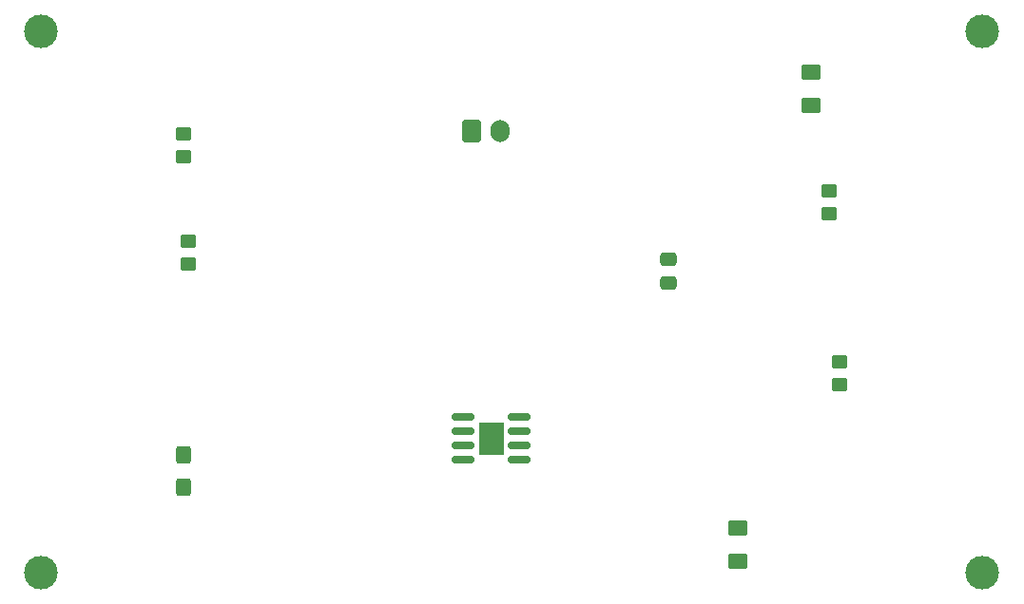
<source format=gbr>
%TF.GenerationSoftware,KiCad,Pcbnew,7.0.8*%
%TF.CreationDate,2023-10-17T13:28:15-07:00*%
%TF.ProjectId,Lab2Main,4c616232-4d61-4696-9e2e-6b696361645f,rev?*%
%TF.SameCoordinates,Original*%
%TF.FileFunction,Soldermask,Top*%
%TF.FilePolarity,Negative*%
%FSLAX46Y46*%
G04 Gerber Fmt 4.6, Leading zero omitted, Abs format (unit mm)*
G04 Created by KiCad (PCBNEW 7.0.8) date 2023-10-17 13:28:15*
%MOMM*%
%LPD*%
G01*
G04 APERTURE LIST*
G04 Aperture macros list*
%AMRoundRect*
0 Rectangle with rounded corners*
0 $1 Rounding radius*
0 $2 $3 $4 $5 $6 $7 $8 $9 X,Y pos of 4 corners*
0 Add a 4 corners polygon primitive as box body*
4,1,4,$2,$3,$4,$5,$6,$7,$8,$9,$2,$3,0*
0 Add four circle primitives for the rounded corners*
1,1,$1+$1,$2,$3*
1,1,$1+$1,$4,$5*
1,1,$1+$1,$6,$7*
1,1,$1+$1,$8,$9*
0 Add four rect primitives between the rounded corners*
20,1,$1+$1,$2,$3,$4,$5,0*
20,1,$1+$1,$4,$5,$6,$7,0*
20,1,$1+$1,$6,$7,$8,$9,0*
20,1,$1+$1,$8,$9,$2,$3,0*%
G04 Aperture macros list end*
%ADD10RoundRect,0.150000X-0.825000X-0.150000X0.825000X-0.150000X0.825000X0.150000X-0.825000X0.150000X0*%
%ADD11R,2.290000X3.000000*%
%ADD12RoundRect,0.250000X-0.425000X0.537500X-0.425000X-0.537500X0.425000X-0.537500X0.425000X0.537500X0*%
%ADD13RoundRect,0.250000X-0.450000X0.350000X-0.450000X-0.350000X0.450000X-0.350000X0.450000X0.350000X0*%
%ADD14RoundRect,0.250000X-0.600000X-0.750000X0.600000X-0.750000X0.600000X0.750000X-0.600000X0.750000X0*%
%ADD15O,1.700000X2.000000*%
%ADD16C,3.000000*%
%ADD17RoundRect,0.250001X0.624999X-0.462499X0.624999X0.462499X-0.624999X0.462499X-0.624999X-0.462499X0*%
%ADD18RoundRect,0.250000X0.475000X-0.337500X0.475000X0.337500X-0.475000X0.337500X-0.475000X-0.337500X0*%
G04 APERTURE END LIST*
D10*
%TO.C,U1*%
X156975000Y-108065000D03*
X156975000Y-109335000D03*
X156975000Y-110605000D03*
X156975000Y-111875000D03*
X161925000Y-111875000D03*
X161925000Y-110605000D03*
X161925000Y-109335000D03*
X161925000Y-108065000D03*
D11*
X159450000Y-109970000D03*
%TD*%
D12*
%TO.C,C1*%
X132080000Y-111425000D03*
X132080000Y-114300000D03*
%TD*%
D13*
%TO.C,R4*%
X190500000Y-103140000D03*
X190500000Y-105140000D03*
%TD*%
D14*
%TO.C,J1*%
X157707500Y-82540000D03*
D15*
X160207500Y-82540000D03*
%TD*%
D13*
%TO.C,R3*%
X189500000Y-87900000D03*
X189500000Y-89900000D03*
%TD*%
D16*
%TO.C,REF\u002A\u002A*%
X203200000Y-121920000D03*
%TD*%
%TO.C,REF\u002A\u002A*%
X119380000Y-73660000D03*
%TD*%
%TO.C,REF\u002A\u002A*%
X203200000Y-73660000D03*
%TD*%
%TO.C,REF\u002A\u002A*%
X119380000Y-121920000D03*
%TD*%
D17*
%TO.C,D1*%
X187960000Y-80227500D03*
X187960000Y-77252500D03*
%TD*%
%TO.C,D2*%
X181392500Y-120867500D03*
X181392500Y-117892500D03*
%TD*%
D13*
%TO.C,R2*%
X132455000Y-92355000D03*
X132455000Y-94355000D03*
%TD*%
D18*
%TO.C,C2*%
X175260000Y-96055000D03*
X175260000Y-93980000D03*
%TD*%
D13*
%TO.C,R1*%
X132080000Y-82820000D03*
X132080000Y-84820000D03*
%TD*%
M02*

</source>
